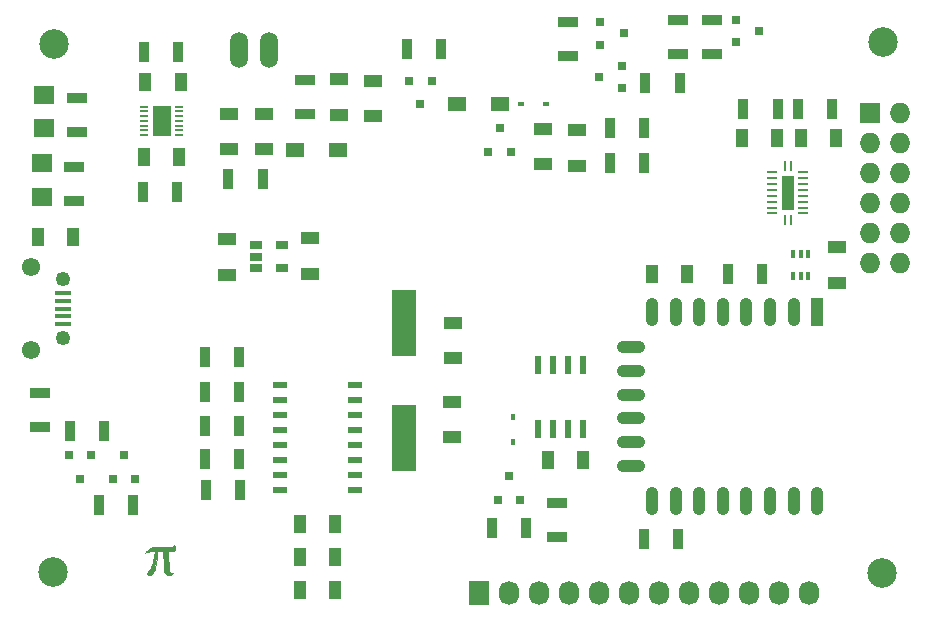
<source format=gts>
G04 #@! TF.FileFunction,Soldermask,Top*
%FSLAX46Y46*%
G04 Gerber Fmt 4.6, Leading zero omitted, Abs format (unit mm)*
G04 Created by KiCad (PCBNEW (2015-07-29 BZR 6016)-product) date Sat 12 Mar 2016 01:35:21 AM PST*
%MOMM*%
G01*
G04 APERTURE LIST*
%ADD10C,0.150000*%
%ADD11C,0.010000*%
%ADD12R,0.900000X1.700000*%
%ADD13C,2.500000*%
%ADD14R,1.143000X0.508000*%
%ADD15R,1.600000X1.000000*%
%ADD16O,1.506220X3.014980*%
%ADD17R,1.350000X0.400000*%
%ADD18C,1.250000*%
%ADD19C,1.550000*%
%ADD20R,0.600000X1.550000*%
%ADD21O,2.400000X1.100000*%
%ADD22R,1.100000X2.400000*%
%ADD23O,1.100000X2.400000*%
%ADD24R,0.590000X0.450000*%
%ADD25R,1.000000X1.600000*%
%ADD26R,1.600200X1.198880*%
%ADD27R,1.727200X2.032000*%
%ADD28O,1.727200X2.032000*%
%ADD29R,1.727200X1.727200*%
%ADD30O,1.727200X1.727200*%
%ADD31R,1.700000X0.900000*%
%ADD32R,2.100580X5.600700*%
%ADD33R,0.240000X0.900000*%
%ADD34R,0.900000X0.240000*%
%ADD35R,1.000000X2.900000*%
%ADD36R,1.800860X1.597660*%
%ADD37R,0.450000X0.590000*%
%ADD38R,0.800100X0.800100*%
%ADD39R,1.060000X0.650000*%
%ADD40R,0.700000X0.200000*%
%ADD41R,1.650000X2.500000*%
%ADD42R,0.398780X0.749300*%
G04 APERTURE END LIST*
D10*
D11*
G36*
X63938164Y-81737621D02*
X63984486Y-81780125D01*
X64022169Y-81836935D01*
X64048672Y-81902087D01*
X64061452Y-81969619D01*
X64059841Y-82023043D01*
X64041998Y-82084157D01*
X64009612Y-82140908D01*
X63966834Y-82187198D01*
X63932211Y-82210484D01*
X63913135Y-82219779D01*
X63894919Y-82226725D01*
X63874061Y-82231730D01*
X63847060Y-82235203D01*
X63810416Y-82237551D01*
X63760628Y-82239181D01*
X63694195Y-82240502D01*
X63671205Y-82240888D01*
X63462781Y-82244317D01*
X63467629Y-82722429D01*
X63469858Y-82915234D01*
X63472502Y-83088093D01*
X63475670Y-83242225D01*
X63479474Y-83378849D01*
X63484024Y-83499184D01*
X63489431Y-83604448D01*
X63495807Y-83695861D01*
X63503262Y-83774641D01*
X63511906Y-83842006D01*
X63521852Y-83899177D01*
X63533209Y-83947371D01*
X63546089Y-83987807D01*
X63560603Y-84021705D01*
X63576861Y-84050282D01*
X63590126Y-84068779D01*
X63623596Y-84100794D01*
X63662327Y-84116517D01*
X63708646Y-84116038D01*
X63764878Y-84099450D01*
X63812813Y-84077582D01*
X63840525Y-84065217D01*
X63858783Y-84060248D01*
X63863084Y-84062082D01*
X63854687Y-84084772D01*
X63832349Y-84114015D01*
X63800343Y-84145588D01*
X63762944Y-84175265D01*
X63725020Y-84198521D01*
X63658271Y-84226813D01*
X63592011Y-84241564D01*
X63518849Y-84243998D01*
X63472113Y-84240439D01*
X63378812Y-84221226D01*
X63297555Y-84184618D01*
X63228365Y-84130642D01*
X63171267Y-84059326D01*
X63126285Y-83970697D01*
X63093444Y-83864784D01*
X63079617Y-83793209D01*
X63077459Y-83770172D01*
X63075015Y-83727909D01*
X63072346Y-83668359D01*
X63069515Y-83593458D01*
X63066584Y-83505145D01*
X63063616Y-83405357D01*
X63060673Y-83296033D01*
X63057816Y-83179109D01*
X63055109Y-83056525D01*
X63053665Y-82985311D01*
X63051175Y-82862613D01*
X63048649Y-82746170D01*
X63046135Y-82637704D01*
X63043681Y-82538934D01*
X63041333Y-82451580D01*
X63039140Y-82377362D01*
X63037149Y-82318000D01*
X63035408Y-82275215D01*
X63033965Y-82250725D01*
X63033191Y-82245413D01*
X63021376Y-82243573D01*
X62991286Y-82241560D01*
X62945811Y-82239490D01*
X62887843Y-82237480D01*
X62820270Y-82235646D01*
X62757179Y-82234307D01*
X62487250Y-82229283D01*
X62487250Y-82404508D01*
X62481506Y-82650773D01*
X62464497Y-82889405D01*
X62436562Y-83118619D01*
X62398039Y-83336631D01*
X62349266Y-83541655D01*
X62290581Y-83731907D01*
X62222321Y-83905601D01*
X62189872Y-83975239D01*
X62163064Y-84025712D01*
X62133289Y-84075188D01*
X62104869Y-84116760D01*
X62088958Y-84136508D01*
X62036268Y-84184399D01*
X61976730Y-84220675D01*
X61914356Y-84244167D01*
X61853157Y-84253707D01*
X61797143Y-84248126D01*
X61759549Y-84232474D01*
X61716051Y-84195947D01*
X61692067Y-84152271D01*
X61687833Y-84103035D01*
X61703586Y-84049827D01*
X61726676Y-84011008D01*
X61846201Y-83829953D01*
X61951314Y-83640157D01*
X62043086Y-83439233D01*
X62122589Y-83224796D01*
X62190894Y-82994461D01*
X62201322Y-82954130D01*
X62225729Y-82848299D01*
X62247735Y-82734443D01*
X62266573Y-82617939D01*
X62281475Y-82504160D01*
X62291674Y-82398482D01*
X62296404Y-82306278D01*
X62296641Y-82286331D01*
X62296750Y-82239954D01*
X62071854Y-82245741D01*
X61987931Y-82248312D01*
X61921234Y-82251428D01*
X61867826Y-82255442D01*
X61823769Y-82260708D01*
X61785123Y-82267579D01*
X61757719Y-82273898D01*
X61690596Y-82294062D01*
X61625254Y-82319668D01*
X61567547Y-82348066D01*
X61523333Y-82376607D01*
X61514523Y-82383946D01*
X61498377Y-82396811D01*
X61494483Y-82395929D01*
X61501109Y-82383441D01*
X61516525Y-82361491D01*
X61539003Y-82332223D01*
X61566810Y-82297781D01*
X61598218Y-82260307D01*
X61631496Y-82221945D01*
X61664914Y-82184839D01*
X61696742Y-82151132D01*
X61724935Y-82123264D01*
X61782898Y-82072694D01*
X61839147Y-82033227D01*
X61903354Y-81998122D01*
X61907422Y-81996128D01*
X61938495Y-81980910D01*
X61966155Y-81967656D01*
X61992042Y-81956213D01*
X62017798Y-81946429D01*
X62045062Y-81938152D01*
X62075476Y-81931230D01*
X62110680Y-81925510D01*
X62152314Y-81920841D01*
X62202020Y-81917070D01*
X62261439Y-81914045D01*
X62332210Y-81911615D01*
X62415974Y-81909625D01*
X62514372Y-81907926D01*
X62629045Y-81906363D01*
X62761633Y-81904786D01*
X62910584Y-81903079D01*
X63084879Y-81900901D01*
X63238051Y-81898635D01*
X63370141Y-81896283D01*
X63481191Y-81893841D01*
X63571245Y-81891310D01*
X63640345Y-81888687D01*
X63688532Y-81885973D01*
X63715850Y-81883166D01*
X63720209Y-81882243D01*
X63779836Y-81855332D01*
X63832825Y-81809690D01*
X63866894Y-81765777D01*
X63902119Y-81713471D01*
X63938164Y-81737621D01*
X63938164Y-81737621D01*
G37*
X63938164Y-81737621D02*
X63984486Y-81780125D01*
X64022169Y-81836935D01*
X64048672Y-81902087D01*
X64061452Y-81969619D01*
X64059841Y-82023043D01*
X64041998Y-82084157D01*
X64009612Y-82140908D01*
X63966834Y-82187198D01*
X63932211Y-82210484D01*
X63913135Y-82219779D01*
X63894919Y-82226725D01*
X63874061Y-82231730D01*
X63847060Y-82235203D01*
X63810416Y-82237551D01*
X63760628Y-82239181D01*
X63694195Y-82240502D01*
X63671205Y-82240888D01*
X63462781Y-82244317D01*
X63467629Y-82722429D01*
X63469858Y-82915234D01*
X63472502Y-83088093D01*
X63475670Y-83242225D01*
X63479474Y-83378849D01*
X63484024Y-83499184D01*
X63489431Y-83604448D01*
X63495807Y-83695861D01*
X63503262Y-83774641D01*
X63511906Y-83842006D01*
X63521852Y-83899177D01*
X63533209Y-83947371D01*
X63546089Y-83987807D01*
X63560603Y-84021705D01*
X63576861Y-84050282D01*
X63590126Y-84068779D01*
X63623596Y-84100794D01*
X63662327Y-84116517D01*
X63708646Y-84116038D01*
X63764878Y-84099450D01*
X63812813Y-84077582D01*
X63840525Y-84065217D01*
X63858783Y-84060248D01*
X63863084Y-84062082D01*
X63854687Y-84084772D01*
X63832349Y-84114015D01*
X63800343Y-84145588D01*
X63762944Y-84175265D01*
X63725020Y-84198521D01*
X63658271Y-84226813D01*
X63592011Y-84241564D01*
X63518849Y-84243998D01*
X63472113Y-84240439D01*
X63378812Y-84221226D01*
X63297555Y-84184618D01*
X63228365Y-84130642D01*
X63171267Y-84059326D01*
X63126285Y-83970697D01*
X63093444Y-83864784D01*
X63079617Y-83793209D01*
X63077459Y-83770172D01*
X63075015Y-83727909D01*
X63072346Y-83668359D01*
X63069515Y-83593458D01*
X63066584Y-83505145D01*
X63063616Y-83405357D01*
X63060673Y-83296033D01*
X63057816Y-83179109D01*
X63055109Y-83056525D01*
X63053665Y-82985311D01*
X63051175Y-82862613D01*
X63048649Y-82746170D01*
X63046135Y-82637704D01*
X63043681Y-82538934D01*
X63041333Y-82451580D01*
X63039140Y-82377362D01*
X63037149Y-82318000D01*
X63035408Y-82275215D01*
X63033965Y-82250725D01*
X63033191Y-82245413D01*
X63021376Y-82243573D01*
X62991286Y-82241560D01*
X62945811Y-82239490D01*
X62887843Y-82237480D01*
X62820270Y-82235646D01*
X62757179Y-82234307D01*
X62487250Y-82229283D01*
X62487250Y-82404508D01*
X62481506Y-82650773D01*
X62464497Y-82889405D01*
X62436562Y-83118619D01*
X62398039Y-83336631D01*
X62349266Y-83541655D01*
X62290581Y-83731907D01*
X62222321Y-83905601D01*
X62189872Y-83975239D01*
X62163064Y-84025712D01*
X62133289Y-84075188D01*
X62104869Y-84116760D01*
X62088958Y-84136508D01*
X62036268Y-84184399D01*
X61976730Y-84220675D01*
X61914356Y-84244167D01*
X61853157Y-84253707D01*
X61797143Y-84248126D01*
X61759549Y-84232474D01*
X61716051Y-84195947D01*
X61692067Y-84152271D01*
X61687833Y-84103035D01*
X61703586Y-84049827D01*
X61726676Y-84011008D01*
X61846201Y-83829953D01*
X61951314Y-83640157D01*
X62043086Y-83439233D01*
X62122589Y-83224796D01*
X62190894Y-82994461D01*
X62201322Y-82954130D01*
X62225729Y-82848299D01*
X62247735Y-82734443D01*
X62266573Y-82617939D01*
X62281475Y-82504160D01*
X62291674Y-82398482D01*
X62296404Y-82306278D01*
X62296641Y-82286331D01*
X62296750Y-82239954D01*
X62071854Y-82245741D01*
X61987931Y-82248312D01*
X61921234Y-82251428D01*
X61867826Y-82255442D01*
X61823769Y-82260708D01*
X61785123Y-82267579D01*
X61757719Y-82273898D01*
X61690596Y-82294062D01*
X61625254Y-82319668D01*
X61567547Y-82348066D01*
X61523333Y-82376607D01*
X61514523Y-82383946D01*
X61498377Y-82396811D01*
X61494483Y-82395929D01*
X61501109Y-82383441D01*
X61516525Y-82361491D01*
X61539003Y-82332223D01*
X61566810Y-82297781D01*
X61598218Y-82260307D01*
X61631496Y-82221945D01*
X61664914Y-82184839D01*
X61696742Y-82151132D01*
X61724935Y-82123264D01*
X61782898Y-82072694D01*
X61839147Y-82033227D01*
X61903354Y-81998122D01*
X61907422Y-81996128D01*
X61938495Y-81980910D01*
X61966155Y-81967656D01*
X61992042Y-81956213D01*
X62017798Y-81946429D01*
X62045062Y-81938152D01*
X62075476Y-81931230D01*
X62110680Y-81925510D01*
X62152314Y-81920841D01*
X62202020Y-81917070D01*
X62261439Y-81914045D01*
X62332210Y-81911615D01*
X62415974Y-81909625D01*
X62514372Y-81907926D01*
X62629045Y-81906363D01*
X62761633Y-81904786D01*
X62910584Y-81903079D01*
X63084879Y-81900901D01*
X63238051Y-81898635D01*
X63370141Y-81896283D01*
X63481191Y-81893841D01*
X63571245Y-81891310D01*
X63640345Y-81888687D01*
X63688532Y-81885973D01*
X63715850Y-81883166D01*
X63720209Y-81882243D01*
X63779836Y-81855332D01*
X63832825Y-81809690D01*
X63866894Y-81765777D01*
X63902119Y-81713471D01*
X63938164Y-81737621D01*
D12*
X103750000Y-81200000D03*
X106650000Y-81200000D03*
D13*
X124000000Y-39100000D03*
X123900000Y-84100000D03*
X53700000Y-84000000D03*
X53800000Y-39300000D03*
D14*
X72925000Y-77045000D03*
X72925000Y-74505000D03*
X72925000Y-73235000D03*
X72925000Y-71965000D03*
X72925000Y-70695000D03*
X72925000Y-69425000D03*
X72925000Y-68155000D03*
X79275000Y-68155000D03*
X79275000Y-69425000D03*
X79275000Y-70695000D03*
X79275000Y-71965000D03*
X79275000Y-73235000D03*
X79275000Y-74505000D03*
X79275000Y-75775000D03*
X79275000Y-77045000D03*
X72925000Y-75775000D03*
D12*
X66550000Y-68800000D03*
X69450000Y-68800000D03*
D15*
X68450000Y-55850000D03*
X68450000Y-58850000D03*
D16*
X71970000Y-39800000D03*
X69430000Y-39800000D03*
D17*
X54562540Y-60399100D03*
X54562540Y-61049100D03*
X54562540Y-61699100D03*
X54562540Y-62349100D03*
X54562540Y-62999100D03*
D18*
X54562540Y-59199100D03*
X54562540Y-64199100D03*
D19*
X51862540Y-58199100D03*
X51862540Y-65199100D03*
D20*
X98605000Y-66500000D03*
X97335000Y-66500000D03*
X96065000Y-66500000D03*
X94795000Y-66500000D03*
X94795000Y-71900000D03*
X96065000Y-71900000D03*
X97335000Y-71900000D03*
X98605000Y-71900000D03*
D21*
X102650000Y-64990000D03*
X102650000Y-66990000D03*
X102650000Y-68990000D03*
X102650000Y-70990000D03*
X102650000Y-72990000D03*
X102650000Y-74990000D03*
D22*
X118400000Y-62000000D03*
D23*
X116400000Y-62000000D03*
X114400000Y-62000000D03*
X112400000Y-62000000D03*
X110400000Y-62000000D03*
X108400000Y-62000000D03*
X106400000Y-62000000D03*
X104400000Y-62000000D03*
X104400000Y-78000000D03*
X106400000Y-78000000D03*
X108400000Y-78000000D03*
X110400000Y-78000000D03*
X112400000Y-78000000D03*
X114400000Y-78000000D03*
X116400000Y-78000000D03*
X118400000Y-78000000D03*
D24*
X95455000Y-44400000D03*
X93345000Y-44400000D03*
D15*
X75450000Y-55750000D03*
X75450000Y-58750000D03*
D25*
X74600000Y-79900000D03*
X77600000Y-79900000D03*
X104400000Y-58800000D03*
X107400000Y-58800000D03*
X95600000Y-74500000D03*
X98600000Y-74500000D03*
X112000000Y-47300000D03*
X115000000Y-47300000D03*
X55400000Y-55600000D03*
X52400000Y-55600000D03*
D15*
X80800000Y-42400000D03*
X80800000Y-45400000D03*
D25*
X74600000Y-82700000D03*
X77600000Y-82700000D03*
X74600000Y-85500000D03*
X77600000Y-85500000D03*
D15*
X98100000Y-46600000D03*
X98100000Y-49600000D03*
X120100000Y-59500000D03*
X120100000Y-56500000D03*
X77900000Y-42300000D03*
X77900000Y-45300000D03*
X87500000Y-72600000D03*
X87500000Y-69600000D03*
X87600000Y-62900000D03*
X87600000Y-65900000D03*
X95200000Y-46500000D03*
X95200000Y-49500000D03*
D26*
X87899140Y-44400000D03*
X91500860Y-44400000D03*
D27*
X89800000Y-85800000D03*
D28*
X92340000Y-85800000D03*
X94880000Y-85800000D03*
X97420000Y-85800000D03*
X99960000Y-85800000D03*
X102500000Y-85800000D03*
X105040000Y-85800000D03*
X107580000Y-85800000D03*
X110120000Y-85800000D03*
X112660000Y-85800000D03*
X115200000Y-85800000D03*
X117740000Y-85800000D03*
D29*
X122900000Y-45100000D03*
D30*
X125440000Y-45100000D03*
X122900000Y-47640000D03*
X125440000Y-47640000D03*
X122900000Y-50180000D03*
X125440000Y-50180000D03*
X122900000Y-52720000D03*
X125440000Y-52720000D03*
X122900000Y-55260000D03*
X125440000Y-55260000D03*
X122900000Y-57800000D03*
X125440000Y-57800000D03*
D12*
X69550000Y-77100000D03*
X66650000Y-77100000D03*
X110850000Y-58800000D03*
X113750000Y-58800000D03*
D31*
X75000000Y-45250000D03*
X75000000Y-42350000D03*
D12*
X86550000Y-39700000D03*
X83650000Y-39700000D03*
X66550000Y-74400000D03*
X69450000Y-74400000D03*
X100850000Y-46400000D03*
X103750000Y-46400000D03*
X103750000Y-49400000D03*
X100850000Y-49400000D03*
X66550000Y-71600000D03*
X69450000Y-71600000D03*
X103850000Y-42600000D03*
X106750000Y-42600000D03*
D31*
X106600000Y-37250000D03*
X106600000Y-40150000D03*
X97300000Y-37450000D03*
X97300000Y-40350000D03*
X109500000Y-40150000D03*
X109500000Y-37250000D03*
D12*
X112150000Y-44800000D03*
X115050000Y-44800000D03*
X116750000Y-44800000D03*
X119650000Y-44800000D03*
X66550000Y-65800000D03*
X69450000Y-65800000D03*
X58050000Y-72100000D03*
X55150000Y-72100000D03*
X57550000Y-78300000D03*
X60450000Y-78300000D03*
D32*
X83400000Y-72648860D03*
X83400000Y-62951140D03*
D33*
X115650000Y-49600000D03*
X116150000Y-49600000D03*
D34*
X117200000Y-50150000D03*
X117200000Y-50650000D03*
X117200000Y-51150000D03*
X117200000Y-51650000D03*
X117200000Y-52150000D03*
X117200000Y-52650000D03*
X117200000Y-53150000D03*
X117200000Y-53650000D03*
D33*
X116150000Y-54200000D03*
X115650000Y-54200000D03*
D34*
X114600000Y-53650000D03*
X114600000Y-53150000D03*
X114600000Y-52650000D03*
X114600000Y-52150000D03*
X114600000Y-51650000D03*
X114600000Y-51150000D03*
X114600000Y-50650000D03*
X114600000Y-50150000D03*
D35*
X115900000Y-51900000D03*
D25*
X117000000Y-47300000D03*
X120000000Y-47300000D03*
X61400000Y-48900000D03*
X64400000Y-48900000D03*
X64500000Y-42500000D03*
X61500000Y-42500000D03*
D15*
X68600000Y-45200000D03*
X68600000Y-48200000D03*
X71600000Y-45200000D03*
X71600000Y-48200000D03*
D36*
X52900000Y-46419860D03*
X52900000Y-43580140D03*
X52800000Y-52219860D03*
X52800000Y-49380140D03*
D37*
X92600000Y-70845000D03*
X92600000Y-72955000D03*
D26*
X77800860Y-48300000D03*
X74199140Y-48300000D03*
D38*
X101900760Y-43050000D03*
X101900760Y-41150000D03*
X99901780Y-42100000D03*
X111499240Y-37250000D03*
X111499240Y-39150000D03*
X113498220Y-38200000D03*
X99999240Y-37450000D03*
X99999240Y-39350000D03*
X101998220Y-38400000D03*
X85750000Y-42399240D03*
X83850000Y-42399240D03*
X84800000Y-44398220D03*
X90550000Y-48400760D03*
X92450000Y-48400760D03*
X91500000Y-46401780D03*
X91350000Y-77900760D03*
X93250000Y-77900760D03*
X92300000Y-75901780D03*
X58750000Y-76100760D03*
X60650000Y-76100760D03*
X59700000Y-74101780D03*
X56950000Y-74099240D03*
X55050000Y-74099240D03*
X56000000Y-76098220D03*
D12*
X61400000Y-40000000D03*
X64300000Y-40000000D03*
X61300000Y-51800000D03*
X64200000Y-51800000D03*
X68550000Y-50700000D03*
X71450000Y-50700000D03*
D31*
X55700000Y-43850000D03*
X55700000Y-46750000D03*
X55500000Y-49700000D03*
X55500000Y-52600000D03*
D12*
X93750000Y-80300000D03*
X90850000Y-80300000D03*
D31*
X96400000Y-81050000D03*
X96400000Y-78150000D03*
D39*
X70900000Y-56350000D03*
X70900000Y-57300000D03*
X70900000Y-58250000D03*
X73100000Y-58250000D03*
X73100000Y-56350000D03*
D40*
X61400000Y-44600000D03*
X61400000Y-45000000D03*
X61400000Y-45400000D03*
X61400000Y-45800000D03*
X61400000Y-46200000D03*
X61400000Y-46600000D03*
X61400000Y-47000000D03*
X64400000Y-47000000D03*
X64400000Y-46600000D03*
X64400000Y-46200000D03*
X64400000Y-45800000D03*
X64400000Y-45400000D03*
X64400000Y-45000000D03*
X64400000Y-44600000D03*
D41*
X62900000Y-45800000D03*
D42*
X117650240Y-57050040D03*
X117000000Y-57050040D03*
X116349760Y-57050040D03*
X116349760Y-58949960D03*
X117000000Y-58949960D03*
X117650240Y-58949960D03*
D31*
X52600000Y-68850000D03*
X52600000Y-71750000D03*
M02*

</source>
